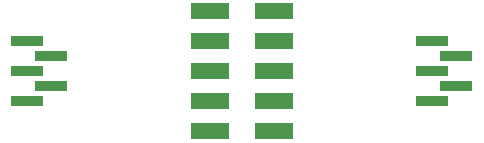
<source format=gts>
%FSLAX24Y24*%
%MOIN*%
G70*
G01*
G75*
G04 Layer_Color=8388736*
%ADD10R,0.1000X0.0291*%
%ADD11R,0.1250X0.0500*%
%ADD12C,0.0120*%
%ADD13C,0.0400*%
%ADD14C,0.0039*%
%ADD15C,0.0100*%
%ADD16R,0.0315X0.0540*%
%ADD17R,0.1060X0.0351*%
%ADD18R,0.1310X0.0560*%
D17*
X-7150Y1000D02*
D03*
X-6350Y500D02*
D03*
X-7150Y0D02*
D03*
X-6350Y-500D02*
D03*
X-7150Y-1000D02*
D03*
X6350Y1000D02*
D03*
X7150Y500D02*
D03*
X6350Y0D02*
D03*
X7150Y-500D02*
D03*
X6350Y-1000D02*
D03*
D18*
X1075Y2000D02*
D03*
Y1000D02*
D03*
Y0D02*
D03*
Y-1000D02*
D03*
Y-2000D02*
D03*
X-1075Y2000D02*
D03*
Y1000D02*
D03*
Y0D02*
D03*
Y-1000D02*
D03*
Y-2000D02*
D03*
M02*

</source>
